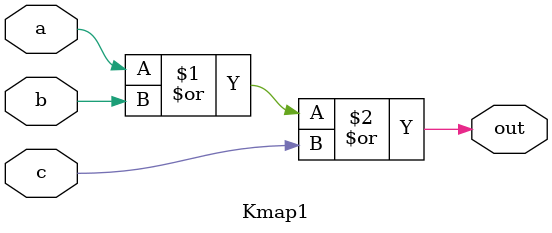
<source format=v>

module Kmap1 (
    input  a  ,
    input  b  ,
    input  c  ,
    output out
);
    assign out = (a | b | c );
endmodule

</source>
